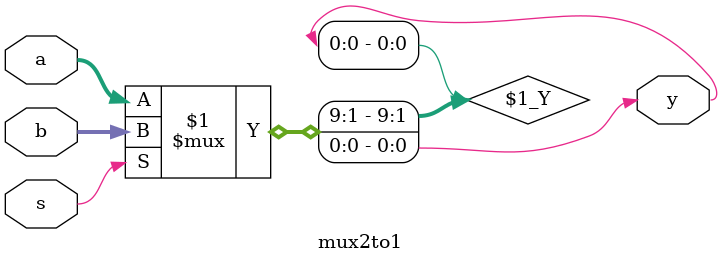
<source format=v>
module mux2to1 (a,b,s,y);
    input [9:0]a,b;
    input s;
    output y;

    assign y = s ? b : a ;
endmodule

</source>
